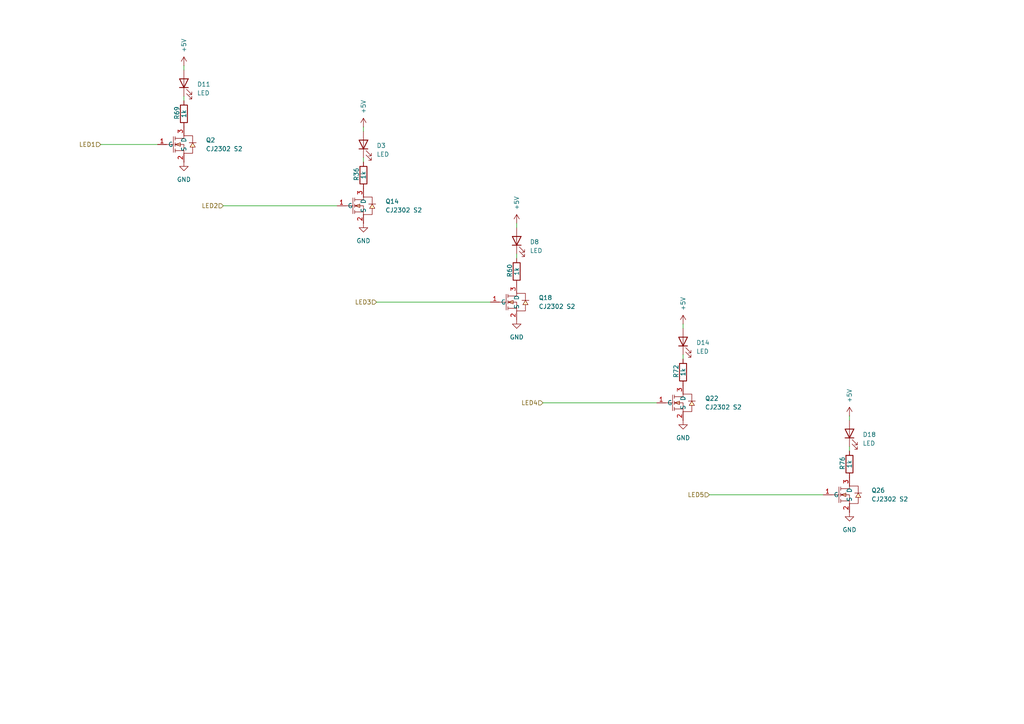
<source format=kicad_sch>
(kicad_sch (version 20250114) (generator "eeschema") (generator_version "9.0")
  (paper "A4")
  (lib_symbols
    (symbol "COMPONENTS:CJ2302S2"
      (property "Reference" "Q" (at 0 10.16 0))
      (property "Value" "CJ2302 S2" (at 0 -10.16 0))
      (symbol "CJ2302S2_0_1"
        (polyline (pts (xy -2.54 0) (xy -0.51 0)))
        (polyline (pts (xy -0.51 2.29) (xy -0.51 -2.29)))
        (polyline (pts (xy 0 2.29) (xy 0 1.27)))
        (polyline (pts (xy 0 1.78) (xy 2.54 1.78) (xy 2.54 2.54) (xy 5.08 2.54) (xy 5.08 0.51)))
        (polyline (pts (xy 0 0) (xy 1.52 -0.51) (xy 1.52 0.51) (xy 0 0)) (fill (type background)))
        (polyline (pts (xy 0 0) (xy 2.54 0) (xy 2.54 -2.54) (xy 5.08 -2.54) (xy 5.08 -0.76)))
        (polyline (pts (xy 0 -0.51) (xy 0 0.51)))
        (polyline (pts (xy 0 -2.29) (xy 0 -1.27)))
        (polyline (pts (xy 2.54 -1.78) (xy 0 -1.78)))
        (polyline (pts (xy 5.08 0.51) (xy 4.32 -0.76) (xy 5.84 -0.76) (xy 5.08 0.51)) (fill (type background)))
        (polyline (pts (xy 6.1 0.51) (xy 5.59 0.51) (xy 4.57 0.51) (xy 4.06 0.51)))
        (pin unspecified line (at -5.08 0 0) (length 2.54) (name "G") (number "1"))
        (pin unspecified line (at 2.54 5.08 270) (length 2.54) (name "D") (number "3"))
        (pin unspecified line (at 2.54 -5.08 90) (length 2.54) (name "S") (number "2"))
      )
    )
    (symbol "Device:LED" (pin_numbers (hide yes)) (pin_names (offset 1.016) (hide yes))
      (property "Reference" "D" (at 0 2.54 0))
      (property "Value" "LED" (at 0 -2.54 0))
      (symbol "LED_0_1"
        (polyline (pts (xy -3.048 -0.762) (xy -4.572 -2.286) (xy -3.81 -2.286) (xy -4.572 -2.286) (xy -4.572 -1.524)))
        (polyline (pts (xy -1.778 -0.762) (xy -3.302 -2.286) (xy -2.54 -2.286) (xy -3.302 -2.286) (xy -3.302 -1.524)))
        (polyline (pts (xy -1.27 0) (xy 1.27 0)))
        (polyline (pts (xy -1.27 -1.27) (xy -1.27 1.27)) (stroke (width 0.254)))
        (polyline (pts (xy 1.27 -1.27) (xy 1.27 1.27) (xy -1.27 0) (xy 1.27 -1.27)) (stroke (width 0.254)))
      )
      (symbol "LED_1_1"
        (pin passive line (at -3.81 0 0) (length 2.54) (name "K") (number "1"))
        (pin passive line (at 3.81 0 180) (length 2.54) (name "A") (number "2"))
      )
    )
    (symbol "Device:R" (pin_numbers (hide yes)) (pin_names (offset 0))
      (property "Reference" "R" (at 2.032 0 90))
      (property "Value" "R" (at 0 0 90))
      (symbol "R_0_1"
        (rectangle (start -1.016 -2.54) (end 1.016 2.54) (stroke (width 0.254)))
      )
      (symbol "R_1_1"
        (pin passive line (at 0 3.81 270) (length 1.27) (name "~") (number "1"))
        (pin passive line (at 0 -3.81 90) (length 1.27) (name "~") (number "2"))
      )
    )
    (symbol "power:+5V" (power) (pin_numbers (hide yes)) (pin_names (offset 0) (hide yes))
      (property "Value" "+5V" (at 0 3.556 0))
      (symbol "+5V_0_1"
        (polyline (pts (xy -0.762 1.27) (xy 0 2.54)))
        (polyline (pts (xy 0 2.54) (xy 0.762 1.27)))
        (polyline (pts (xy 0 0) (xy 0 2.54)))
      )
      (symbol "+5V_1_1"
        (pin power_in line (at 0 0 90) (length 0) (name "~") (number "1"))
      )
    )
    (symbol "power:GND" (power) (pin_numbers (hide yes)) (pin_names (offset 0) (hide yes))
      (property "Value" "GND" (at 0 -3.81 0))
      (symbol "GND_0_1"
        (polyline (pts (xy 0 0) (xy 0 -1.27) (xy 1.27 -1.27) (xy 0 -2.54) (xy -1.27 -1.27) (xy 0 -1.27)))
      )
      (symbol "GND_1_1"
        (pin power_in line (at 0 0 270) (length 0) (name "~") (number "1"))
      )
    )
  )
  (wire (pts (xy 157.48 116.84) (xy 190.5 116.84)))
  (wire (pts (xy 246.38 120.65) (xy 246.38 121.92)))
  (wire (pts (xy 105.41 36.83) (xy 105.41 38.1)))
  (wire (pts (xy 205.74 143.51) (xy 238.76 143.51)))
  (wire (pts (xy 198.12 102.87) (xy 198.12 104.14)))
  (wire (pts (xy 149.86 73.66) (xy 149.86 74.93)))
  (wire (pts (xy 53.34 19.05) (xy 53.34 20.32)))
  (wire (pts (xy 198.12 93.98) (xy 198.12 95.25)))
  (wire (pts (xy 105.41 45.72) (xy 105.41 46.99)))
  (wire (pts (xy 64.77 59.69) (xy 97.79 59.69)))
  (wire (pts (xy 246.38 129.54) (xy 246.38 130.81)))
  (wire (pts (xy 53.34 27.94) (xy 53.34 29.21)))
  (wire (pts (xy 149.86 64.77) (xy 149.86 66.04)))
  (wire (pts (xy 109.22 87.63) (xy 142.24 87.63)))
  (wire (pts (xy 29.21 41.91) (xy 45.72 41.91)))
  (hierarchical_label "LED3" (shape input) (at 109.22 87.63 180))
  (hierarchical_label "LED5" (shape input) (at 205.74 143.51 180))
  (hierarchical_label "LED1" (shape input) (at 29.21 41.91 180))
  (hierarchical_label "LED4" (shape input) (at 157.48 116.84 180))
  (hierarchical_label "LED2" (shape input) (at 64.77 59.69 180))
  (symbol (lib_id "power:+5V") (at 246.38 120.65 0) (unit 1)
    (property "Reference" "#PWR068" (effects (hide yes)))
    (property "Value" "+5V" (at 246.3799 116.84 90) (effects (justify left)))
    (property "Description" "Power symbol creates a global label with name \"+5V\"" (effects (hide yes)))
    (instances (project "Backplane" (path "" (reference "#PWR070") (unit 1)) (path "" (reference "#PWR072") (unit 1)) (path "" (reference "#PWR074") (unit 1)) (path "" (reference "#PWR068") (unit 1))))
  )
  (symbol (lib_id "power:GND") (at 53.34 46.99 0) (unit 1)
    (property "Reference" "#PWR01" (effects (hide yes)))
    (property "Value" "GND" (at 53.34 52.07 0))
    (property "Description" "Power symbol creates a global label with name \"GND\" , ground" (effects (hide yes)))
    (instances (project "" (path "" (reference "#PWR06") (unit 1)) (path "" (reference "#PWR011") (unit 1)) (path "" (reference "#PWR012") (unit 1)) (path "" (reference "#PWR01") (unit 1))))
  )
  (symbol (lib_id "COMPONENTS:CJ2302S2") (at 102.87 59.69 0) (unit 1)
    (property "Reference" "Q13" (at 111.76 58.4199 0) (effects (justify left)))
    (property "Value" "CJ2302 S2" (at 111.76 60.9599 0) (effects (justify left)))
    (property "Footprint" "COMPONENTS:SOT-23-3_L3.0-W1.7-P0.95-LS2.9-BR" (effects (hide yes)))
    (property "Datasheet" "https://lcsc.com/product-detail/MOSFET_CJ2302-S2_C8548.html" (effects (hide yes)))
    (property "LCSC Part" "C8548" (effects (hide yes)))
    (instances (project "Backplane" (path "" (reference "Q14") (unit 1)) (path "" (reference "Q15") (unit 1)) (path "" (reference "Q16") (unit 1)) (path "" (reference "Q13") (unit 1))))
  )
  (symbol (lib_id "Device:LED") (at 149.86 69.85 90) (unit 1)
    (property "Reference" "D7" (at 153.67 70.1674 90) (effects (justify right)))
    (property "Value" "LED" (at 153.67 72.7074 90) (effects (justify right)))
    (property "Footprint" "LED_SMD:LED_1206_3216Metric" (effects (hide yes)))
    (property "Description" "Light emitting diode" (effects (hide yes)))
    (property "Sim.Pins" "1=K 2=A" (effects (hide yes)))
    (instances (project "Backplane" (path "" (reference "D8") (unit 1)) (path "" (reference "D9") (unit 1)) (path "" (reference "D10") (unit 1)) (path "" (reference "D7") (unit 1))))
  )
  (symbol (lib_id "power:+5V") (at 149.86 64.77 0) (unit 1)
    (property "Reference" "#PWR021" (effects (hide yes)))
    (property "Value" "+5V" (at 149.8599 60.96 90) (effects (justify left)))
    (property "Description" "Power symbol creates a global label with name \"+5V\"" (effects (hide yes)))
    (instances (project "Backplane" (path "" (reference "#PWR023") (unit 1)) (path "" (reference "#PWR025") (unit 1)) (path "" (reference "#PWR027") (unit 1)) (path "" (reference "#PWR021") (unit 1))))
  )
  (symbol (lib_id "Device:LED") (at 198.12 99.06 90) (unit 1)
    (property "Reference" "D13" (at 201.93 99.3774 90) (effects (justify right)))
    (property "Value" "LED" (at 201.93 101.9174 90) (effects (justify right)))
    (property "Footprint" "LED_SMD:LED_1206_3216Metric" (effects (hide yes)))
    (property "Description" "Light emitting diode" (effects (hide yes)))
    (property "Sim.Pins" "1=K 2=A" (effects (hide yes)))
    (instances (project "Backplane" (path "" (reference "D14") (unit 1)) (path "" (reference "D15") (unit 1)) (path "" (reference "D16") (unit 1)) (path "" (reference "D13") (unit 1))))
  )
  (symbol (lib_id "COMPONENTS:CJ2302S2") (at 147.32 87.63 0) (unit 1)
    (property "Reference" "Q17" (at 156.21 86.3599 0) (effects (justify left)))
    (property "Value" "CJ2302 S2" (at 156.21 88.8999 0) (effects (justify left)))
    (property "Footprint" "COMPONENTS:SOT-23-3_L3.0-W1.7-P0.95-LS2.9-BR" (effects (hide yes)))
    (property "Datasheet" "https://lcsc.com/product-detail/MOSFET_CJ2302-S2_C8548.html" (effects (hide yes)))
    (property "LCSC Part" "C8548" (effects (hide yes)))
    (instances (project "Backplane" (path "" (reference "Q18") (unit 1)) (path "" (reference "Q19") (unit 1)) (path "" (reference "Q20") (unit 1)) (path "" (reference "Q17") (unit 1))))
  )
  (symbol (lib_id "Device:R") (at 198.12 107.95 0) (mirror y) (unit 1)
    (property "Reference" "R71" (at 196.088 107.696 90))
    (property "Value" "1k" (at 198.12 107.95 90))
    (property "Footprint" "Resistor_SMD:R_1206_3216Metric_Pad1.30x1.75mm_HandSolder" (effects (hide yes)))
    (property "Description" "Resistor" (effects (hide yes)))
    (instances (project "Backplane" (path "" (reference "R72") (unit 1)) (path "" (reference "R73") (unit 1)) (path "" (reference "R74") (unit 1)) (path "" (reference "R71") (unit 1))))
  )
  (symbol (lib_id "power:GND") (at 198.12 121.92 0) (unit 1)
    (property "Reference" "#PWR057" (effects (hide yes)))
    (property "Value" "GND" (at 198.12 127 0))
    (property "Description" "Power symbol creates a global label with name \"GND\" , ground" (effects (hide yes)))
    (instances (project "Backplane" (path "" (reference "#PWR062") (unit 1)) (path "" (reference "#PWR065") (unit 1)) (path "" (reference "#PWR067") (unit 1)) (path "" (reference "#PWR057") (unit 1))))
  )
  (symbol (lib_id "COMPONENTS:CJ2302S2") (at 243.84 143.51 0) (unit 1)
    (property "Reference" "Q25" (at 252.73 142.2399 0) (effects (justify left)))
    (property "Value" "CJ2302 S2" (at 252.73 144.7799 0) (effects (justify left)))
    (property "Footprint" "COMPONENTS:SOT-23-3_L3.0-W1.7-P0.95-LS2.9-BR" (effects (hide yes)))
    (property "Datasheet" "https://lcsc.com/product-detail/MOSFET_CJ2302-S2_C8548.html" (effects (hide yes)))
    (property "LCSC Part" "C8548" (effects (hide yes)))
    (instances (project "Backplane" (path "" (reference "Q26") (unit 1)) (path "" (reference "Q27") (unit 1)) (path "" (reference "Q28") (unit 1)) (path "" (reference "Q25") (unit 1))))
  )
  (symbol (lib_id "COMPONENTS:CJ2302S2") (at 50.8 41.91 0) (unit 1)
    (property "Reference" "Q1" (at 59.69 40.6399 0) (effects (justify left)))
    (property "Value" "CJ2302 S2" (at 59.69 43.1799 0) (effects (justify left)))
    (property "Footprint" "COMPONENTS:SOT-23-3_L3.0-W1.7-P0.95-LS2.9-BR" (effects (hide yes)))
    (property "Datasheet" "https://lcsc.com/product-detail/MOSFET_CJ2302-S2_C8548.html" (effects (hide yes)))
    (property "LCSC Part" "C8548" (effects (hide yes)))
    (instances (project "" (path "" (reference "Q2") (unit 1)) (path "" (reference "Q7") (unit 1)) (path "" (reference "Q12") (unit 1)) (path "" (reference "Q1") (unit 1))))
  )
  (symbol (lib_id "COMPONENTS:CJ2302S2") (at 195.58 116.84 0) (unit 1)
    (property "Reference" "Q21" (at 204.47 115.5699 0) (effects (justify left)))
    (property "Value" "CJ2302 S2" (at 204.47 118.1099 0) (effects (justify left)))
    (property "Footprint" "COMPONENTS:SOT-23-3_L3.0-W1.7-P0.95-LS2.9-BR" (effects (hide yes)))
    (property "Datasheet" "https://lcsc.com/product-detail/MOSFET_CJ2302-S2_C8548.html" (effects (hide yes)))
    (property "LCSC Part" "C8548" (effects (hide yes)))
    (instances (project "Backplane" (path "" (reference "Q22") (unit 1)) (path "" (reference "Q23") (unit 1)) (path "" (reference "Q24") (unit 1)) (path "" (reference "Q21") (unit 1))))
  )
  (symbol (lib_id "power:GND") (at 105.41 64.77 0) (unit 1)
    (property "Reference" "#PWR014" (effects (hide yes)))
    (property "Value" "GND" (at 105.41 69.85 0))
    (property "Description" "Power symbol creates a global label with name \"GND\" , ground" (effects (hide yes)))
    (instances (project "Backplane" (path "" (reference "#PWR016") (unit 1)) (path "" (reference "#PWR018") (unit 1)) (path "" (reference "#PWR020") (unit 1)) (path "" (reference "#PWR014") (unit 1))))
  )
  (symbol (lib_id "power:+5V") (at 105.41 36.83 0) (unit 1)
    (property "Reference" "#PWR013" (effects (hide yes)))
    (property "Value" "+5V" (at 105.4099 33.02 90) (effects (justify left)))
    (property "Description" "Power symbol creates a global label with name \"+5V\"" (effects (hide yes)))
    (instances (project "Backplane" (path "" (reference "#PWR015") (unit 1)) (path "" (reference "#PWR017") (unit 1)) (path "" (reference "#PWR019") (unit 1)) (path "" (reference "#PWR013") (unit 1))))
  )
  (symbol (lib_id "power:+5V") (at 198.12 93.98 0) (unit 1)
    (property "Reference" "#PWR056" (effects (hide yes)))
    (property "Value" "+5V" (at 198.1199 90.17 90) (effects (justify left)))
    (property "Description" "Power symbol creates a global label with name \"+5V\"" (effects (hide yes)))
    (instances (project "Backplane" (path "" (reference "#PWR058") (unit 1)) (path "" (reference "#PWR063") (unit 1)) (path "" (reference "#PWR066") (unit 1)) (path "" (reference "#PWR056") (unit 1))))
  )
  (symbol (lib_id "power:GND") (at 149.86 92.71 0) (unit 1)
    (property "Reference" "#PWR022" (effects (hide yes)))
    (property "Value" "GND" (at 149.86 97.79 0))
    (property "Description" "Power symbol creates a global label with name \"GND\" , ground" (effects (hide yes)))
    (instances (project "Backplane" (path "" (reference "#PWR024") (unit 1)) (path "" (reference "#PWR026") (unit 1)) (path "" (reference "#PWR055") (unit 1)) (path "" (reference "#PWR022") (unit 1))))
  )
  (symbol (lib_id "Device:LED") (at 53.34 24.13 90) (unit 1)
    (property "Reference" "D6" (at 57.15 24.4474 90) (effects (justify right)))
    (property "Value" "LED" (at 57.15 26.9874 90) (effects (justify right)))
    (property "Footprint" "LED_SMD:LED_1206_3216Metric" (effects (hide yes)))
    (property "Description" "Light emitting diode" (effects (hide yes)))
    (property "Sim.Pins" "1=K 2=A" (effects (hide yes)))
    (instances (project "Backplane" (path "" (reference "D11") (unit 1)) (path "" (reference "D12") (unit 1)) (path "" (reference "D1") (unit 1)) (path "" (reference "D6") (unit 1))))
  )
  (symbol (lib_id "Device:LED") (at 246.38 125.73 90) (unit 1)
    (property "Reference" "D17" (at 250.19 126.0474 90) (effects (justify right)))
    (property "Value" "LED" (at 250.19 128.5874 90) (effects (justify right)))
    (property "Footprint" "LED_SMD:LED_1206_3216Metric" (effects (hide yes)))
    (property "Description" "Light emitting diode" (effects (hide yes)))
    (property "Sim.Pins" "1=K 2=A" (effects (hide yes)))
    (instances (project "Backplane" (path "" (reference "D18") (unit 1)) (path "" (reference "D19") (unit 1)) (path "" (reference "D20") (unit 1)) (path "" (reference "D17") (unit 1))))
  )
  (symbol (lib_id "Device:R") (at 105.41 50.8 0) (mirror y) (unit 1)
    (property "Reference" "R35" (at 103.378 50.546 90))
    (property "Value" "1k" (at 105.41 50.8 90))
    (property "Footprint" "Resistor_SMD:R_1206_3216Metric_Pad1.30x1.75mm_HandSolder" (effects (hide yes)))
    (property "Description" "Resistor" (effects (hide yes)))
    (instances (project "Backplane" (path "" (reference "R36") (unit 1)) (path "" (reference "R37") (unit 1)) (path "" (reference "R57") (unit 1)) (path "" (reference "R35") (unit 1))))
  )
  (symbol (lib_id "Device:R") (at 149.86 78.74 0) (mirror y) (unit 1)
    (property "Reference" "R59" (at 147.828 78.486 90))
    (property "Value" "1k" (at 149.86 78.74 90))
    (property "Footprint" "Resistor_SMD:R_1206_3216Metric_Pad1.30x1.75mm_HandSolder" (effects (hide yes)))
    (property "Description" "Resistor" (effects (hide yes)))
    (instances (project "Backplane" (path "" (reference "R60") (unit 1)) (path "" (reference "R61") (unit 1)) (path "" (reference "R62") (unit 1)) (path "" (reference "R59") (unit 1))))
  )
  (symbol (lib_id "Device:LED") (at 105.41 41.91 90) (unit 1)
    (property "Reference" "D2" (at 109.22 42.2274 90) (effects (justify right)))
    (property "Value" "LED" (at 109.22 44.7674 90) (effects (justify right)))
    (property "Footprint" "LED_SMD:LED_1206_3216Metric" (effects (hide yes)))
    (property "Description" "Light emitting diode" (effects (hide yes)))
    (property "Sim.Pins" "1=K 2=A" (effects (hide yes)))
    (instances (project "Backplane" (path "" (reference "D3") (unit 1)) (path "" (reference "D4") (unit 1)) (path "" (reference "D5") (unit 1)) (path "" (reference "D2") (unit 1))))
  )
  (symbol (lib_id "power:+5V") (at 53.34 19.05 0) (unit 1)
    (property "Reference" "#PWR077" (effects (hide yes)))
    (property "Value" "+5V" (at 53.3399 15.24 90) (effects (justify left)))
    (property "Description" "Power symbol creates a global label with name \"+5V\"" (effects (hide yes)))
    (instances (project "Backplane" (path "" (reference "#PWR0131") (unit 1)) (path "" (reference "#PWR0132") (unit 1)) (path "" (reference "#PWR0136") (unit 1)) (path "" (reference "#PWR077") (unit 1))))
  )
  (symbol (lib_id "power:GND") (at 246.38 148.59 0) (unit 1)
    (property "Reference" "#PWR069" (effects (hide yes)))
    (property "Value" "GND" (at 246.38 153.67 0))
    (property "Description" "Power symbol creates a global label with name \"GND\" , ground" (effects (hide yes)))
    (instances (project "Backplane" (path "" (reference "#PWR071") (unit 1)) (path "" (reference "#PWR073") (unit 1)) (path "" (reference "#PWR075") (unit 1)) (path "" (reference "#PWR069") (unit 1))))
  )
  (symbol (lib_id "Device:R") (at 53.34 33.02 0) (mirror y) (unit 1)
    (property "Reference" "R58" (at 51.308 32.766 90))
    (property "Value" "1k" (at 53.34 33.02 90))
    (property "Footprint" "Resistor_SMD:R_1206_3216Metric_Pad1.30x1.75mm_HandSolder" (effects (hide yes)))
    (property "Description" "Resistor" (effects (hide yes)))
    (instances (project "Backplane" (path "" (reference "R69") (unit 1)) (path "" (reference "R70") (unit 1)) (path "" (reference "R33") (unit 1)) (path "" (reference "R58") (unit 1))))
  )
  (symbol (lib_id "Device:R") (at 246.38 134.62 0) (mirror y) (unit 1)
    (property "Reference" "R75" (at 244.348 134.366 90))
    (property "Value" "1k" (at 246.38 134.62 90))
    (property "Footprint" "Resistor_SMD:R_1206_3216Metric_Pad1.30x1.75mm_HandSolder" (effects (hide yes)))
    (property "Description" "Resistor" (effects (hide yes)))
    (instances (project "Backplane" (path "" (reference "R76") (unit 1)) (path "" (reference "R77") (unit 1)) (path "" (reference "R78") (unit 1)) (path "" (reference "R75") (unit 1))))
  )
)
</source>
